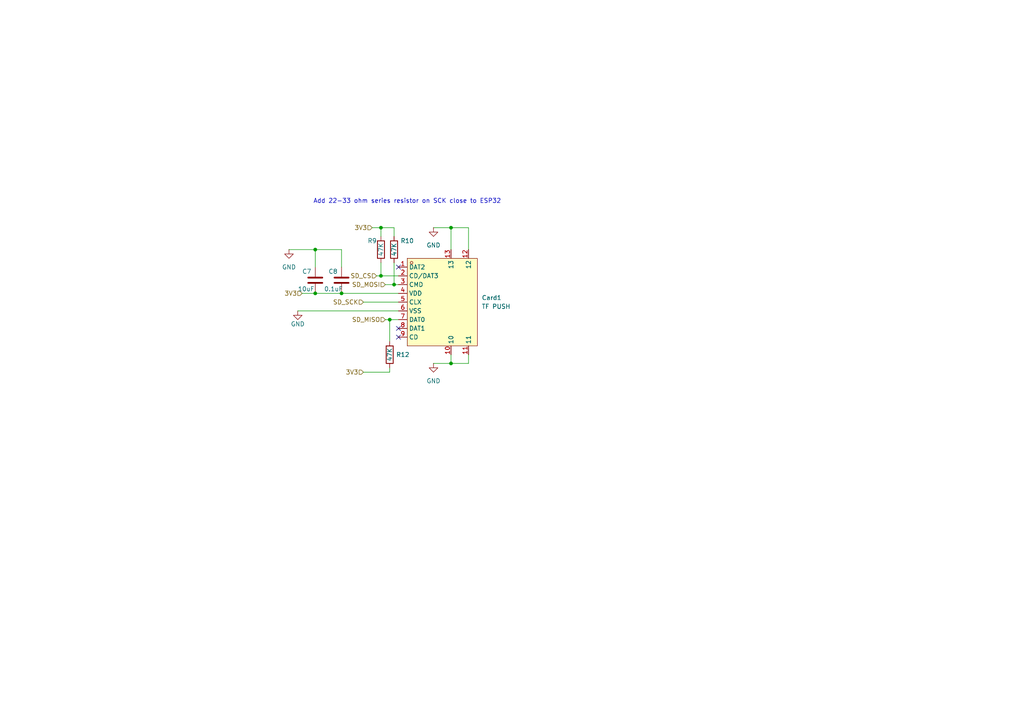
<source format=kicad_sch>
(kicad_sch (version 20250114) (generator "eeschema") (generator_version "9.0")
  (paper "A4")
  (lib_symbols
    (symbol "Device:C" (pin_numbers (hide yes)) (pin_names (offset 0.254))
      (property "Reference" "C" (at 0.635 2.54 0))
      (property "Value" "C" (at 0.635 -2.54 0))
      (symbol "C_0_1"
        (polyline (pts (xy -2.032 0.762) (xy 2.032 0.762)) (stroke (width 0.508)))
        (polyline (pts (xy -2.032 -0.762) (xy 2.032 -0.762)) (stroke (width 0.508)))
      )
      (symbol "C_1_1"
        (pin passive line (at 0 3.81 270) (length 2.794) (name "~") (number "1"))
        (pin passive line (at 0 -3.81 90) (length 2.794) (name "~") (number "2"))
      )
    )
    (symbol "Device:R" (pin_numbers (hide yes)) (pin_names (offset 0))
      (property "Reference" "R" (at 2.032 0 90))
      (property "Value" "R" (at 0 0 90))
      (symbol "R_0_1"
        (rectangle (start -1.016 -2.54) (end 1.016 2.54) (stroke (width 0.254)))
      )
      (symbol "R_1_1"
        (pin passive line (at 0 3.81 270) (length 1.27) (name "~") (number "1"))
        (pin passive line (at 0 -3.81 90) (length 1.27) (name "~") (number "2"))
      )
    )
    (symbol "easyeda2kicad:TFPUSH"
      (property "Reference" "Card" (at 0 20.32 0))
      (property "Value" "TF PUSH" (at 0 -20.32 0))
      (symbol "TFPUSH_0_1"
        (rectangle (start -7.62 12.7) (end 12.7 -12.7) (fill (type background)))
        (circle (center -6.35 11.43) (radius 0.38))
        (pin unspecified line (at -10.16 10.16 0) (length 2.54) (name "DAT2") (number "1"))
        (pin unspecified line (at -10.16 7.62 0) (length 2.54) (name "CD/DAT3") (number "2"))
        (pin unspecified line (at -10.16 5.08 0) (length 2.54) (name "CMD") (number "3"))
        (pin unspecified line (at -10.16 2.54 0) (length 2.54) (name "VDD") (number "4"))
        (pin unspecified line (at -10.16 0 0) (length 2.54) (name "CLX") (number "5"))
        (pin unspecified line (at -10.16 -2.54 0) (length 2.54) (name "VSS") (number "6"))
        (pin unspecified line (at -10.16 -5.08 0) (length 2.54) (name "DAT0") (number "7"))
        (pin unspecified line (at -10.16 -7.62 0) (length 2.54) (name "DAT1") (number "8"))
        (pin unspecified line (at -10.16 -10.16 0) (length 2.54) (name "CD") (number "9"))
        (pin unspecified line (at 5.08 15.24 270) (length 2.54) (name "13") (number "13"))
        (pin unspecified line (at 5.08 -15.24 90) (length 2.54) (name "10") (number "10"))
        (pin unspecified line (at 10.16 15.24 270) (length 2.54) (name "12") (number "12"))
        (pin unspecified line (at 10.16 -15.24 90) (length 2.54) (name "11") (number "11"))
      )
    )
    (symbol "power:GND" (power) (pin_numbers (hide yes)) (pin_names (offset 0) (hide yes))
      (property "Value" "GND" (at 0 -3.81 0))
      (symbol "GND_0_1"
        (polyline (pts (xy 0 0) (xy 0 -1.27) (xy 1.27 -1.27) (xy 0 -2.54) (xy -1.27 -1.27) (xy 0 -1.27)))
      )
      (symbol "GND_1_1"
        (pin power_in line (at 0 0 270) (length 0) (name "~") (number "1"))
      )
    )
  )
  (text "Add 22-33 ohm series resistor on SCK close to ESP32" (at 118.11 58.42 0) (effects (font (size 1.27 1.27))))
  (junction (at 130.81 105.41))
  (junction (at 113.03 92.71))
  (junction (at 99.06 85.09))
  (junction (at 114.3 82.55))
  (junction (at 130.81 66.04))
  (junction (at 110.49 66.04))
  (junction (at 91.44 85.09))
  (junction (at 91.44 72.39))
  (junction (at 110.49 80.01))
  (no_connect (at 115.57 97.79))
  (no_connect (at 115.57 77.47))
  (no_connect (at 115.57 95.25))
  (wire (pts (xy 114.3 66.04) (xy 110.49 66.04)))
  (wire (pts (xy 114.3 68.58) (xy 114.3 66.04)))
  (wire (pts (xy 91.44 72.39) (xy 91.44 77.47)))
  (wire (pts (xy 99.06 72.39) (xy 91.44 72.39)))
  (wire (pts (xy 135.89 102.87) (xy 135.89 105.41)))
  (wire (pts (xy 111.76 92.71) (xy 113.03 92.71)))
  (wire (pts (xy 114.3 76.2) (xy 114.3 82.55)))
  (wire (pts (xy 113.03 92.71) (xy 115.57 92.71)))
  (wire (pts (xy 125.73 66.04) (xy 130.81 66.04)))
  (wire (pts (xy 125.73 105.41) (xy 130.81 105.41)))
  (wire (pts (xy 110.49 66.04) (xy 110.49 68.58)))
  (wire (pts (xy 130.81 66.04) (xy 135.89 66.04)))
  (wire (pts (xy 99.06 85.09) (xy 115.57 85.09)))
  (wire (pts (xy 114.3 82.55) (xy 115.57 82.55)))
  (wire (pts (xy 110.49 76.2) (xy 110.49 80.01)))
  (wire (pts (xy 135.89 66.04) (xy 135.89 72.39)))
  (wire (pts (xy 105.41 107.95) (xy 113.03 107.95)))
  (wire (pts (xy 86.36 90.17) (xy 115.57 90.17)))
  (wire (pts (xy 130.81 105.41) (xy 135.89 105.41)))
  (wire (pts (xy 107.95 66.04) (xy 110.49 66.04)))
  (wire (pts (xy 105.41 87.63) (xy 115.57 87.63)))
  (wire (pts (xy 99.06 77.47) (xy 99.06 72.39)))
  (wire (pts (xy 130.81 66.04) (xy 130.81 72.39)))
  (wire (pts (xy 113.03 106.68) (xy 113.03 107.95)))
  (wire (pts (xy 91.44 85.09) (xy 99.06 85.09)))
  (wire (pts (xy 83.82 72.39) (xy 91.44 72.39)))
  (wire (pts (xy 113.03 92.71) (xy 113.03 99.06)))
  (wire (pts (xy 87.63 85.09) (xy 91.44 85.09)))
  (wire (pts (xy 130.81 105.41) (xy 130.81 102.87)))
  (wire (pts (xy 110.49 80.01) (xy 115.57 80.01)))
  (wire (pts (xy 111.76 82.55) (xy 114.3 82.55)))
  (wire (pts (xy 109.22 80.01) (xy 110.49 80.01)))
  (hierarchical_label "3V3" (shape input) (at 87.63 85.09 180))
  (hierarchical_label "SD_SCK" (shape input) (at 105.41 87.63 180))
  (hierarchical_label "SD_MOSI" (shape input) (at 111.76 82.55 180))
  (hierarchical_label "3V3" (shape input) (at 107.95 66.04 180))
  (hierarchical_label "SD_CS" (shape input) (at 109.22 80.01 180))
  (hierarchical_label "SD_MISO" (shape input) (at 111.76 92.71 180))
  (hierarchical_label "3V3" (shape input) (at 105.41 107.95 180))
  (symbol (lib_id "power:GND") (at 125.73 66.04 0) (unit 1)
    (property "Reference" "#PWR016" (effects (hide yes)))
    (property "Value" "GND" (at 125.73 71.12 0))
    (property "Description" "Power symbol creates a global label with name \"GND\" , ground" (effects (hide yes)))
  )
  (symbol (lib_id "Device:R") (at 110.49 72.39 0) (unit 1)
    (property "Reference" "R9" (at 107.95 69.85 0))
    (property "Value" "47K" (at 110.49 72.39 90))
    (property "Footprint" "Resistor_SMD:R_0402_1005Metric_Pad0.72x0.64mm_HandSolder" (effects (hide yes)))
    (property "Description" "Resistor" (effects (hide yes)))
  )
  (symbol (lib_id "Device:C") (at 99.06 81.28 0) (unit 1)
    (property "Reference" "C8" (at 95.25 78.74 0) (effects (justify left)))
    (property "Value" "0.1uF" (at 93.98 83.82 0) (effects (justify left)))
    (property "Footprint" "Capacitor_SMD:C_0402_1005Metric" (effects (hide yes)))
    (property "Description" "Unpolarized capacitor" (effects (hide yes)))
  )
  (symbol (lib_id "power:GND") (at 83.82 72.39 0) (unit 1)
    (property "Reference" "#PWR014" (effects (hide yes)))
    (property "Value" "GND" (at 83.82 77.47 0))
    (property "Description" "Power symbol creates a global label with name \"GND\" , ground" (effects (hide yes)))
  )
  (symbol (lib_id "power:GND") (at 86.36 90.17 0) (unit 1)
    (property "Reference" "#PWR015" (effects (hide yes)))
    (property "Value" "GND" (at 86.36 93.98 0))
    (property "Description" "Power symbol creates a global label with name \"GND\" , ground" (effects (hide yes)))
  )
  (symbol (lib_id "power:GND") (at 125.73 105.41 0) (unit 1)
    (property "Reference" "#PWR017" (effects (hide yes)))
    (property "Value" "GND" (at 125.73 110.49 0))
    (property "Description" "Power symbol creates a global label with name \"GND\" , ground" (effects (hide yes)))
  )
  (symbol (lib_id "easyeda2kicad:TFPUSH") (at 125.73 87.63 0) (unit 1)
    (property "Reference" "Card1" (at 139.7 86.3599 0) (effects (justify left)))
    (property "Value" "TF PUSH" (at 139.7 88.8999 0) (effects (justify left)))
    (property "Footprint" "easyeda2kicad:TF-SMD_TF-PUSH" (effects (hide yes)))
    (property "Datasheet" "https://lcsc.com/product-detail/Connector-Card-Sockets_SHOU-HAN-SHOU-HAN-TFDeck-TF-Deck_C393941.html" (effects (hide yes)))
    (property "LCSC Part" "C393941" (effects (hide yes)))
  )
  (symbol (lib_id "Device:R") (at 113.03 102.87 0) (unit 1)
    (property "Reference" "R12" (at 116.84 102.87 0))
    (property "Value" "47K" (at 113.03 102.87 90))
    (property "Footprint" "Resistor_SMD:R_0402_1005Metric_Pad0.72x0.64mm_HandSolder" (effects (hide yes)))
    (property "Description" "Resistor" (effects (hide yes)))
  )
  (symbol (lib_id "Device:C") (at 91.44 81.28 0) (unit 1)
    (property "Reference" "C7" (at 87.63 78.74 0) (effects (justify left)))
    (property "Value" "10uF" (at 86.36 83.82 0) (effects (justify left)))
    (property "Footprint" "Capacitor_SMD:C_0402_1005Metric" (effects (hide yes)))
    (property "Description" "Unpolarized capacitor" (effects (hide yes)))
  )
  (symbol (lib_id "Device:R") (at 114.3 72.39 0) (unit 1)
    (property "Reference" "R10" (at 118.11 69.85 0))
    (property "Value" "47K" (at 114.3 72.39 90))
    (property "Footprint" "Resistor_SMD:R_0402_1005Metric_Pad0.72x0.64mm_HandSolder" (effects (hide yes)))
    (property "Description" "Resistor" (effects (hide yes)))
  )
)
</source>
